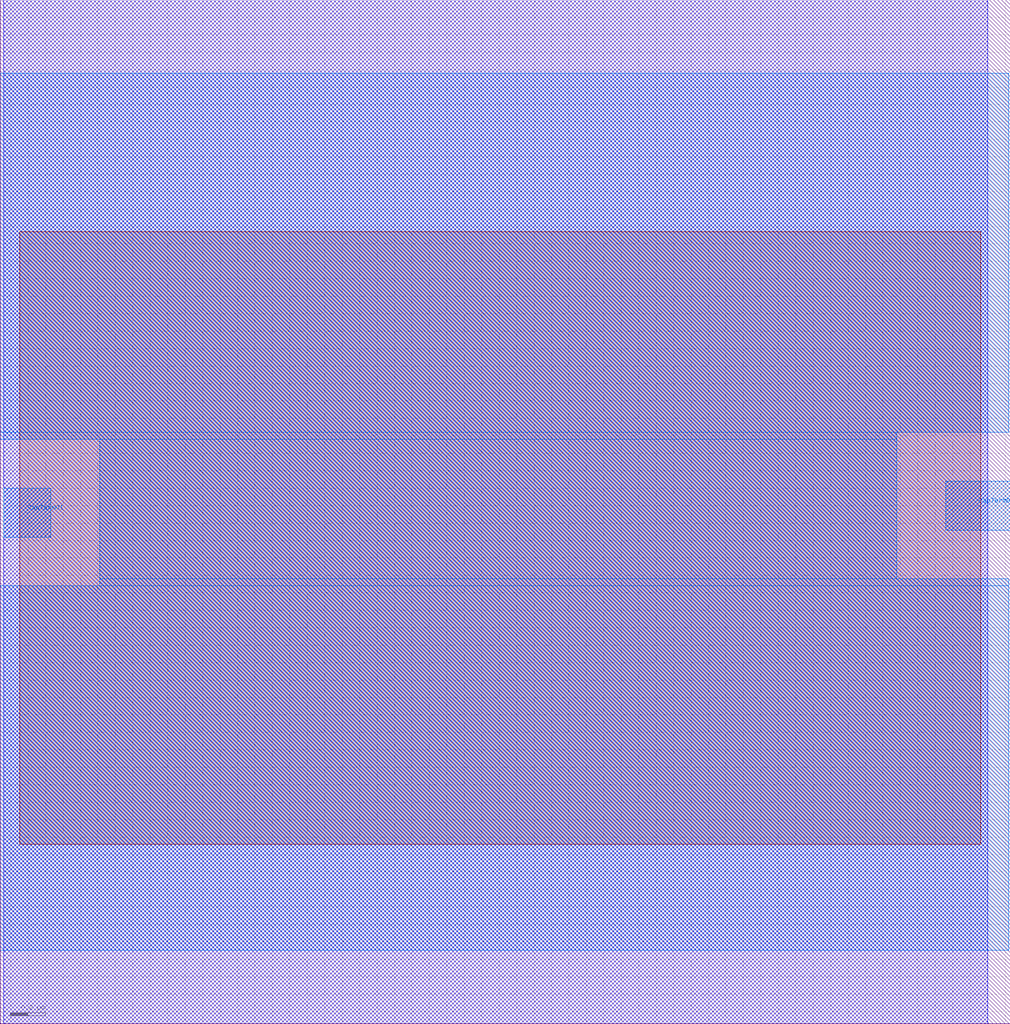
<source format=lef>
VERSION 5.7 ;
  NOWIREEXTENSIONATPIN ON ;
  DIVIDERCHAR "/" ;
  BUSBITCHARS "[]" ;
UNITS
  DATABASE MICRONS 200 ;
END UNITS

LAYER via2
  TYPE CUT ;
END via2

LAYER via
  TYPE CUT ;
END via

LAYER nwell
  TYPE MASTERSLICE ;
END nwell

LAYER via3
  TYPE CUT ;
END via3

LAYER pwell
  TYPE MASTERSLICE ;
END pwell

LAYER via4
  TYPE CUT ;
END via4

LAYER mcon
  TYPE CUT ;
END mcon

LAYER met6
  TYPE ROUTING ;
  WIDTH 0.030000 ;
  SPACING 0.040000 ;
  DIRECTION HORIZONTAL ;
END met6

LAYER met1
  TYPE ROUTING ;
  WIDTH 0.140000 ;
  SPACING 0.140000 ;
  DIRECTION HORIZONTAL ;
END met1

LAYER met3
  TYPE ROUTING ;
  WIDTH 0.300000 ;
  SPACING 0.300000 ;
  DIRECTION HORIZONTAL ;
END met3

LAYER met2
  TYPE ROUTING ;
  WIDTH 0.140000 ;
  SPACING 0.140000 ;
  DIRECTION HORIZONTAL ;
END met2

LAYER met4
  TYPE ROUTING ;
  WIDTH 0.300000 ;
  SPACING 0.300000 ;
  DIRECTION HORIZONTAL ;
END met4

LAYER met5
  TYPE ROUTING ;
  WIDTH 1.600000 ;
  SPACING 1.600000 ;
  DIRECTION HORIZONTAL ;
END met5

LAYER li1
  TYPE ROUTING ;
  WIDTH 0.170000 ;
  SPACING 0.170000 ;
  DIRECTION HORIZONTAL ;
END li1

MACRO sky130_hilas_capacitorSize03
  CLASS BLOCK ;
  FOREIGN sky130_hilas_capacitorSize03 ;
  ORIGIN -14.140 0.470 ;
  SIZE 5.790 BY 5.870 ;
  PIN CapTerm02
    USE ANALOG ;
    PORT
      LAYER met2 ;
        RECT 19.560 2.360 19.930 2.640 ;
    END
  END CapTerm02
  PIN CapTerm01
    USE ANALOG ;
    PORT
      LAYER met2 ;
        RECT 14.160 2.320 14.430 2.600 ;
    END
  END CapTerm01
  OBS
      LAYER met2 ;
        RECT 14.140 2.920 19.920 4.980 ;
        RECT 14.140 2.880 19.280 2.920 ;
        RECT 14.710 2.080 19.280 2.880 ;
        RECT 14.710 2.040 19.920 2.080 ;
        RECT 14.140 -0.050 19.920 2.040 ;
      LAYER met3 ;
        RECT 14.160 -0.470 19.800 5.400 ;
      LAYER met4 ;
        RECT 14.250 0.560 19.760 4.070 ;
  END
END sky130_hilas_capacitorSize03
END LIBRARY


</source>
